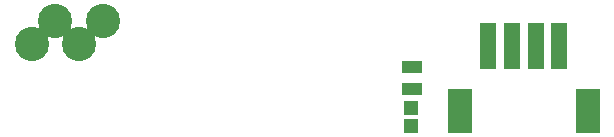
<source format=gbr>
G04 #@! TF.FileFunction,Soldermask,Top*
%FSLAX46Y46*%
G04 Gerber Fmt 4.6, Leading zero omitted, Abs format (unit mm)*
G04 Created by KiCad (PCBNEW 4.0.7) date 04/19/18 23:02:37*
%MOMM*%
%LPD*%
G01*
G04 APERTURE LIST*
%ADD10C,0.100000*%
%ADD11R,1.197560X1.197560*%
%ADD12R,1.400000X3.900000*%
%ADD13R,2.000000X3.800000*%
%ADD14R,1.700000X1.100000*%
%ADD15C,2.900000*%
G04 APERTURE END LIST*
D10*
D11*
X154230000Y-106570700D03*
X154230000Y-108069300D03*
D12*
X160760000Y-101315000D03*
X162760000Y-101315000D03*
X164760000Y-101315000D03*
X166760000Y-101315000D03*
D13*
X158360000Y-106865000D03*
X169160000Y-106865000D03*
D14*
X154260000Y-105010000D03*
X154260000Y-103110000D03*
D15*
X122090000Y-101190000D03*
X124090000Y-99190000D03*
X126090000Y-101190000D03*
X128090000Y-99190000D03*
M02*

</source>
